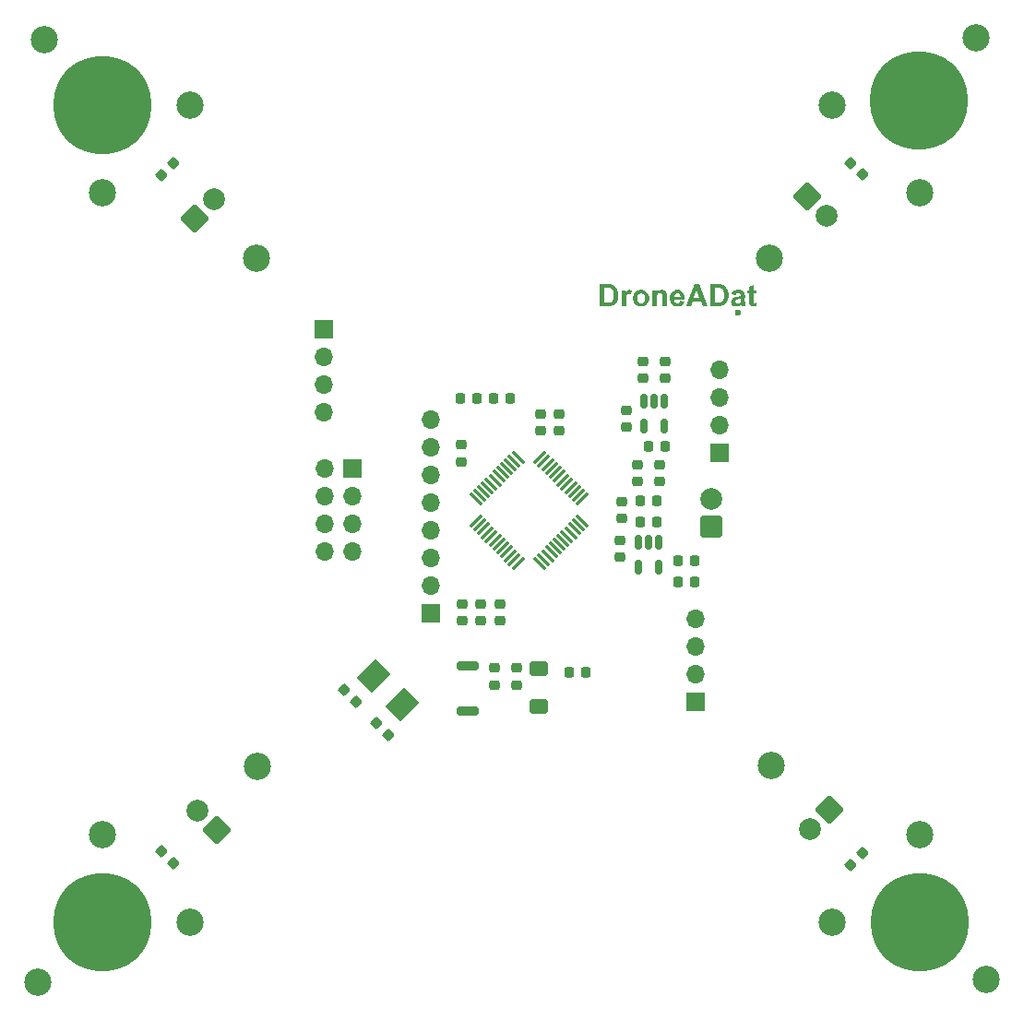
<source format=gbr>
%TF.GenerationSoftware,KiCad,Pcbnew,9.0.0*%
%TF.CreationDate,2025-07-07T00:26:12+07:00*%
%TF.ProjectId,MiniDrone_aDat,4d696e69-4472-46f6-9e65-5f614461742e,rev?*%
%TF.SameCoordinates,Original*%
%TF.FileFunction,Soldermask,Top*%
%TF.FilePolarity,Negative*%
%FSLAX45Y45*%
G04 Gerber Fmt 4.5, Leading zero omitted, Abs format (unit mm)*
G04 Created by KiCad (PCBNEW 9.0.0) date 2025-07-07 00:26:12*
%MOMM*%
%LPD*%
G01*
G04 APERTURE LIST*
G04 Aperture macros list*
%AMRoundRect*
0 Rectangle with rounded corners*
0 $1 Rounding radius*
0 $2 $3 $4 $5 $6 $7 $8 $9 X,Y pos of 4 corners*
0 Add a 4 corners polygon primitive as box body*
4,1,4,$2,$3,$4,$5,$6,$7,$8,$9,$2,$3,0*
0 Add four circle primitives for the rounded corners*
1,1,$1+$1,$2,$3*
1,1,$1+$1,$4,$5*
1,1,$1+$1,$6,$7*
1,1,$1+$1,$8,$9*
0 Add four rect primitives between the rounded corners*
20,1,$1+$1,$2,$3,$4,$5,0*
20,1,$1+$1,$4,$5,$6,$7,0*
20,1,$1+$1,$6,$7,$8,$9,0*
20,1,$1+$1,$8,$9,$2,$3,0*%
%AMRotRect*
0 Rectangle, with rotation*
0 The origin of the aperture is its center*
0 $1 length*
0 $2 width*
0 $3 Rotation angle, in degrees counterclockwise*
0 Add horizontal line*
21,1,$1,$2,0,0,$3*%
G04 Aperture macros list end*
%ADD10C,0.200000*%
%ADD11RoundRect,0.225000X-0.250000X0.225000X-0.250000X-0.225000X0.250000X-0.225000X0.250000X0.225000X0*%
%ADD12RoundRect,0.225000X-0.225000X-0.250000X0.225000X-0.250000X0.225000X0.250000X-0.225000X0.250000X0*%
%ADD13C,2.500000*%
%ADD14C,9.000000*%
%ADD15RoundRect,0.250000X-0.600000X0.400000X-0.600000X-0.400000X0.600000X-0.400000X0.600000X0.400000X0*%
%ADD16R,1.700000X1.700000*%
%ADD17O,1.700000X1.700000*%
%ADD18RoundRect,0.225000X0.250000X-0.225000X0.250000X0.225000X-0.250000X0.225000X-0.250000X-0.225000X0*%
%ADD19RoundRect,0.200000X0.800000X-0.200000X0.800000X0.200000X-0.800000X0.200000X-0.800000X-0.200000X0*%
%ADD20RoundRect,0.225000X0.017678X-0.335876X0.335876X-0.017678X-0.017678X0.335876X-0.335876X0.017678X0*%
%ADD21RoundRect,0.225000X-0.017678X0.335876X-0.335876X0.017678X0.017678X-0.335876X0.335876X-0.017678X0*%
%ADD22RotRect,2.000000X2.400000X135.000000*%
%ADD23RoundRect,0.225000X0.225000X0.250000X-0.225000X0.250000X-0.225000X-0.250000X0.225000X-0.250000X0*%
%ADD24RoundRect,0.075000X-0.415425X-0.521491X0.521491X0.415425X0.415425X0.521491X-0.521491X-0.415425X0*%
%ADD25RoundRect,0.075000X0.415425X-0.521491X0.521491X-0.415425X-0.415425X0.521491X-0.521491X0.415425X0*%
%ADD26RoundRect,0.150000X-0.150000X0.512500X-0.150000X-0.512500X0.150000X-0.512500X0.150000X0.512500X0*%
%ADD27RoundRect,0.225000X0.335876X0.017678X0.017678X0.335876X-0.335876X-0.017678X-0.017678X-0.335876X0*%
%ADD28RoundRect,0.225000X-0.335876X-0.017678X-0.017678X-0.335876X0.335876X0.017678X0.017678X0.335876X0*%
%ADD29RoundRect,0.250000X0.750000X-0.750000X0.750000X0.750000X-0.750000X0.750000X-0.750000X-0.750000X0*%
%ADD30C,2.000000*%
%ADD31RoundRect,0.250000X0.000000X1.060660X-1.060660X0.000000X0.000000X-1.060660X1.060660X0.000000X0*%
%ADD32RoundRect,0.250000X1.060660X0.000000X0.000000X1.060660X-1.060660X0.000000X0.000000X-1.060660X0*%
%ADD33RoundRect,0.250000X0.000000X-1.060660X1.060660X0.000000X0.000000X1.060660X-1.060660X0.000000X0*%
%ADD34RoundRect,0.250000X-1.060660X0.000000X0.000000X-1.060660X1.060660X0.000000X0.000000X1.060660X0*%
%ADD35C,0.600000*%
G04 APERTURE END LIST*
D10*
G36*
X11179389Y-7738750D02*
G01*
X11193995Y-7741469D01*
X11205223Y-7745854D01*
X11215239Y-7751992D01*
X11224196Y-7759971D01*
X11231794Y-7769331D01*
X11238171Y-7780120D01*
X11243320Y-7792516D01*
X11246797Y-7805512D01*
X11249061Y-7821185D01*
X11249878Y-7839985D01*
X11249129Y-7856470D01*
X11247023Y-7870619D01*
X11243735Y-7882739D01*
X11237805Y-7896823D01*
X11230641Y-7908546D01*
X11222279Y-7918216D01*
X11214790Y-7924334D01*
X11205425Y-7929699D01*
X11193861Y-7934250D01*
X11179319Y-7937302D01*
X11158067Y-7938500D01*
X11081973Y-7938500D01*
X11081973Y-7904892D01*
X11122408Y-7904892D01*
X11152608Y-7904892D01*
X11168370Y-7904310D01*
X11177057Y-7902963D01*
X11186208Y-7899549D01*
X11193385Y-7894573D01*
X11197139Y-7890229D01*
X11200692Y-7883916D01*
X11203973Y-7875094D01*
X11206910Y-7860291D01*
X11208076Y-7838141D01*
X11206889Y-7816120D01*
X11203973Y-7802212D01*
X11198867Y-7790742D01*
X11192493Y-7782673D01*
X11184280Y-7776864D01*
X11173784Y-7773172D01*
X11163294Y-7771856D01*
X11140579Y-7771242D01*
X11122408Y-7771242D01*
X11122408Y-7904892D01*
X11081973Y-7904892D01*
X11081973Y-7737635D01*
X11155881Y-7737635D01*
X11179389Y-7738750D01*
G37*
G36*
X11320623Y-7938500D02*
G01*
X11282228Y-7938500D01*
X11282228Y-7793127D01*
X11317887Y-7793127D01*
X11317887Y-7813753D01*
X11327308Y-7800702D01*
X11334349Y-7794177D01*
X11342105Y-7790473D01*
X11350946Y-7789219D01*
X11359499Y-7790006D01*
X11367884Y-7792383D01*
X11376225Y-7796448D01*
X11364342Y-7829885D01*
X11354604Y-7825048D01*
X11346305Y-7823608D01*
X11338758Y-7824762D01*
X11332640Y-7828090D01*
X11327955Y-7833809D01*
X11323835Y-7844271D01*
X11321661Y-7859142D01*
X11320623Y-7893315D01*
X11320623Y-7938500D01*
G37*
G36*
X11474682Y-7790643D02*
G01*
X11488819Y-7794743D01*
X11501344Y-7801426D01*
X11512524Y-7810822D01*
X11521668Y-7822233D01*
X11528183Y-7834946D01*
X11532180Y-7849217D01*
X11533566Y-7865398D01*
X11532168Y-7881714D01*
X11528134Y-7896124D01*
X11521555Y-7908979D01*
X11512317Y-7920536D01*
X11501019Y-7930098D01*
X11488521Y-7936860D01*
X11474574Y-7940983D01*
X11458828Y-7942408D01*
X11445746Y-7941397D01*
X11433110Y-7938377D01*
X11420775Y-7933298D01*
X11409612Y-7926235D01*
X11400504Y-7917392D01*
X11393249Y-7906602D01*
X11388170Y-7894521D01*
X11384959Y-7880367D01*
X11383963Y-7865813D01*
X11423168Y-7865813D01*
X11424461Y-7880122D01*
X11427978Y-7891091D01*
X11433414Y-7899470D01*
X11440876Y-7906021D01*
X11449193Y-7909845D01*
X11458693Y-7911145D01*
X11468191Y-7909843D01*
X11476483Y-7906018D01*
X11483899Y-7899470D01*
X11489290Y-7891091D01*
X11492793Y-7880039D01*
X11494084Y-7865532D01*
X11492804Y-7851411D01*
X11489311Y-7840530D01*
X11483899Y-7832169D01*
X11476482Y-7825613D01*
X11468190Y-7821785D01*
X11458693Y-7820482D01*
X11449194Y-7821783D01*
X11440876Y-7825611D01*
X11433414Y-7832169D01*
X11427978Y-7840540D01*
X11424461Y-7851505D01*
X11423168Y-7865813D01*
X11383963Y-7865813D01*
X11383821Y-7863737D01*
X11384854Y-7851080D01*
X11387965Y-7838665D01*
X11393249Y-7826344D01*
X11400475Y-7815158D01*
X11409331Y-7806026D01*
X11419956Y-7798744D01*
X11431796Y-7793496D01*
X11444593Y-7790309D01*
X11458559Y-7789219D01*
X11474682Y-7790643D01*
G37*
G36*
X11695658Y-7938500D02*
G01*
X11657263Y-7938500D01*
X11657263Y-7864091D01*
X11656455Y-7842528D01*
X11654796Y-7833549D01*
X11651528Y-7827325D01*
X11646809Y-7822765D01*
X11640834Y-7819916D01*
X11633486Y-7818919D01*
X11623994Y-7820304D01*
X11615595Y-7824414D01*
X11608907Y-7830802D01*
X11604726Y-7838959D01*
X11602712Y-7849933D01*
X11601795Y-7872457D01*
X11601795Y-7938500D01*
X11563400Y-7938500D01*
X11563400Y-7793127D01*
X11599060Y-7793127D01*
X11599060Y-7814437D01*
X11607357Y-7805064D01*
X11616174Y-7798070D01*
X11625592Y-7793173D01*
X11635759Y-7790224D01*
X11646882Y-7789219D01*
X11659181Y-7790398D01*
X11670098Y-7793823D01*
X11679593Y-7799252D01*
X11686022Y-7805583D01*
X11690581Y-7813170D01*
X11693533Y-7821801D01*
X11695042Y-7831851D01*
X11695658Y-7847776D01*
X11695658Y-7938500D01*
G37*
G36*
X11805837Y-7790665D02*
G01*
X11819364Y-7794785D01*
X11831003Y-7801442D01*
X11841068Y-7810761D01*
X11847283Y-7819443D01*
X11852312Y-7830010D01*
X11856070Y-7842801D01*
X11858378Y-7858227D01*
X11858971Y-7876755D01*
X11762788Y-7876755D01*
X11764120Y-7887767D01*
X11767274Y-7896428D01*
X11772081Y-7903243D01*
X11778504Y-7908513D01*
X11785785Y-7911635D01*
X11794210Y-7912708D01*
X11802654Y-7911460D01*
X11809377Y-7907896D01*
X11814561Y-7901970D01*
X11818671Y-7892387D01*
X11856919Y-7898639D01*
X11850853Y-7912116D01*
X11843095Y-7922841D01*
X11833618Y-7931221D01*
X11822510Y-7937279D01*
X11809391Y-7941067D01*
X11793795Y-7942408D01*
X11778617Y-7941282D01*
X11765783Y-7938108D01*
X11754890Y-7933077D01*
X11745627Y-7926227D01*
X11737790Y-7917434D01*
X11731699Y-7907161D01*
X11727226Y-7895483D01*
X11724423Y-7882163D01*
X11723440Y-7866912D01*
X11724431Y-7853308D01*
X11763472Y-7853308D01*
X11820857Y-7853308D01*
X11819583Y-7842366D01*
X11816641Y-7834019D01*
X11812247Y-7827687D01*
X11806327Y-7822777D01*
X11799760Y-7819898D01*
X11792305Y-7818919D01*
X11784334Y-7819967D01*
X11777506Y-7823017D01*
X11771532Y-7828175D01*
X11767134Y-7834785D01*
X11764396Y-7843013D01*
X11763472Y-7853308D01*
X11724431Y-7853308D01*
X11724765Y-7848709D01*
X11728486Y-7833453D01*
X11734350Y-7820636D01*
X11742296Y-7809857D01*
X11752400Y-7800789D01*
X11763548Y-7794419D01*
X11775964Y-7790552D01*
X11789972Y-7789219D01*
X11805837Y-7790665D01*
G37*
G36*
X12071071Y-7938500D02*
G01*
X12027071Y-7938500D01*
X12009583Y-7893168D01*
X11929533Y-7893168D01*
X11912997Y-7938500D01*
X11870096Y-7938500D01*
X11900754Y-7859561D01*
X11941964Y-7859561D01*
X11996614Y-7859561D01*
X11969014Y-7784529D01*
X11941964Y-7859561D01*
X11900754Y-7859561D01*
X11948107Y-7737635D01*
X11990874Y-7737635D01*
X12071071Y-7938500D01*
G37*
G36*
X12189772Y-7738750D02*
G01*
X12204379Y-7741469D01*
X12215607Y-7745854D01*
X12225623Y-7751992D01*
X12234580Y-7759971D01*
X12242178Y-7769331D01*
X12248555Y-7780120D01*
X12253704Y-7792516D01*
X12257181Y-7805512D01*
X12259445Y-7821185D01*
X12260262Y-7839985D01*
X12259513Y-7856470D01*
X12257407Y-7870619D01*
X12254119Y-7882739D01*
X12248189Y-7896823D01*
X12241024Y-7908546D01*
X12232662Y-7918216D01*
X12225173Y-7924334D01*
X12215809Y-7929699D01*
X12204245Y-7934250D01*
X12189703Y-7937302D01*
X12168451Y-7938500D01*
X12092357Y-7938500D01*
X12092357Y-7904892D01*
X12132791Y-7904892D01*
X12162992Y-7904892D01*
X12178754Y-7904310D01*
X12187441Y-7902963D01*
X12196592Y-7899549D01*
X12203768Y-7894573D01*
X12207522Y-7890229D01*
X12211076Y-7883916D01*
X12214356Y-7875094D01*
X12217293Y-7860291D01*
X12218460Y-7838141D01*
X12217273Y-7816120D01*
X12214356Y-7802212D01*
X12209251Y-7790742D01*
X12202877Y-7782673D01*
X12194663Y-7776864D01*
X12184168Y-7773172D01*
X12173678Y-7771856D01*
X12150963Y-7771242D01*
X12132791Y-7771242D01*
X12132791Y-7904892D01*
X12092357Y-7904892D01*
X12092357Y-7737635D01*
X12166265Y-7737635D01*
X12189772Y-7738750D01*
G37*
G36*
X12368156Y-7790056D02*
G01*
X12380541Y-7792233D01*
X12389198Y-7795337D01*
X12397084Y-7800020D01*
X12402864Y-7805193D01*
X12406893Y-7810871D01*
X12409394Y-7817495D01*
X12411266Y-7828446D01*
X12412022Y-7845443D01*
X12411619Y-7890531D01*
X12412167Y-7908503D01*
X12413463Y-7918912D01*
X12416013Y-7928105D01*
X12420363Y-7938500D01*
X12382383Y-7938500D01*
X12378695Y-7927314D01*
X12377327Y-7922868D01*
X12366989Y-7931530D01*
X12356286Y-7937523D01*
X12344766Y-7941175D01*
X12332374Y-7942408D01*
X12321223Y-7941559D01*
X12311810Y-7939165D01*
X12303833Y-7935367D01*
X12297057Y-7930183D01*
X12291406Y-7923662D01*
X12287418Y-7916444D01*
X12284988Y-7908384D01*
X12284149Y-7899274D01*
X12284494Y-7895147D01*
X12322531Y-7895147D01*
X12323198Y-7900304D01*
X12325169Y-7904922D01*
X12328540Y-7909154D01*
X12332857Y-7912401D01*
X12337888Y-7914367D01*
X12343842Y-7915053D01*
X12350550Y-7914314D01*
X12357108Y-7912073D01*
X12363650Y-7908189D01*
X12369485Y-7902309D01*
X12372809Y-7895428D01*
X12373837Y-7889375D01*
X12374311Y-7876621D01*
X12374311Y-7868940D01*
X12350949Y-7874838D01*
X12336430Y-7878668D01*
X12330042Y-7881567D01*
X12325774Y-7885575D01*
X12323347Y-7890036D01*
X12322531Y-7895147D01*
X12284494Y-7895147D01*
X12284824Y-7891202D01*
X12286790Y-7883902D01*
X12290023Y-7877232D01*
X12294446Y-7871299D01*
X12299894Y-7866380D01*
X12306485Y-7862406D01*
X12318338Y-7857901D01*
X12337015Y-7853406D01*
X12361787Y-7847980D01*
X12374311Y-7843929D01*
X12374311Y-7839997D01*
X12373594Y-7832611D01*
X12371700Y-7827390D01*
X12368840Y-7823767D01*
X12364837Y-7821354D01*
X12358313Y-7819615D01*
X12348214Y-7818919D01*
X12338712Y-7820062D01*
X12332228Y-7823083D01*
X12327318Y-7828384D01*
X12322947Y-7837676D01*
X12288105Y-7831424D01*
X12293220Y-7817799D01*
X12299972Y-7807369D01*
X12308317Y-7799562D01*
X12315599Y-7795377D01*
X12324836Y-7792137D01*
X12336453Y-7790000D01*
X12350949Y-7789219D01*
X12368156Y-7790056D01*
G37*
G36*
X12516326Y-7793127D02*
G01*
X12516326Y-7823608D01*
X12490094Y-7823608D01*
X12490094Y-7882642D01*
X12490839Y-7903537D01*
X12492057Y-7906223D01*
X12494259Y-7908434D01*
X12497151Y-7909862D01*
X12500755Y-7910363D01*
X12506578Y-7909603D01*
X12516192Y-7906675D01*
X12519464Y-7936631D01*
X12510373Y-7939780D01*
X12500312Y-7941731D01*
X12489130Y-7942408D01*
X12479100Y-7941498D01*
X12470408Y-7938891D01*
X12462966Y-7934691D01*
X12458184Y-7929793D01*
X12455019Y-7923571D01*
X12452798Y-7914711D01*
X12451960Y-7906251D01*
X12451565Y-7887417D01*
X12451565Y-7823608D01*
X12433943Y-7823608D01*
X12433943Y-7793127D01*
X12451565Y-7793127D01*
X12451565Y-7764990D01*
X12490094Y-7742324D01*
X12490094Y-7793127D01*
X12516326Y-7793127D01*
G37*
D11*
%TO.C,C16*%
X11625750Y-9397000D03*
X11625750Y-9552000D03*
%TD*%
D12*
%TO.C,R8*%
X11525750Y-9224500D03*
X11680750Y-9224500D03*
%TD*%
D11*
%TO.C,R5*%
X11263750Y-10091000D03*
X11263750Y-10246000D03*
%TD*%
D13*
%TO.C,Scr11*%
X6515634Y-6894980D03*
%TD*%
D11*
%TO.C,C5*%
X9819750Y-10675000D03*
X9819750Y-10830000D03*
%TD*%
D14*
%TO.C,Mt4*%
X14015634Y-13593382D03*
%TD*%
%TO.C,Mt3*%
X6515634Y-13593382D03*
%TD*%
D15*
%TO.C,D2*%
X10515750Y-11262500D03*
X10515750Y-11612500D03*
%TD*%
D11*
%TO.C,C4*%
X10315750Y-11260000D03*
X10315750Y-11415000D03*
%TD*%
D16*
%TO.C,J9*%
X8549750Y-8152500D03*
D17*
X8549750Y-8406500D03*
X8549750Y-8660500D03*
X8549750Y-8914500D03*
%TD*%
D12*
%TO.C,R7*%
X10795250Y-11300500D03*
X10950250Y-11300500D03*
%TD*%
D18*
%TO.C,C2*%
X10536750Y-9085000D03*
X10536750Y-8930000D03*
%TD*%
D19*
%TO.C,SW1*%
X9865750Y-11657500D03*
X9865750Y-11237500D03*
%TD*%
D11*
%TO.C,C14*%
X11425750Y-9397000D03*
X11425750Y-9552000D03*
%TD*%
D20*
%TO.C,C23*%
X13379499Y-13066538D03*
X13489100Y-12956936D03*
%TD*%
D13*
%TO.C,Scr5*%
X5978750Y-5496500D03*
%TD*%
%TO.C,Scr6*%
X14015634Y-6895226D03*
%TD*%
D12*
%TO.C,R6*%
X11448250Y-9924500D03*
X11603250Y-9924500D03*
%TD*%
%TO.C,C1*%
X11798250Y-10274500D03*
X11953250Y-10274500D03*
%TD*%
D21*
%TO.C,C19*%
X7163001Y-6628462D03*
X7053400Y-6738063D03*
%TD*%
D11*
%TO.C,R1*%
X10115750Y-11260000D03*
X10115750Y-11415000D03*
%TD*%
D18*
%TO.C,R9*%
X11320750Y-9052000D03*
X11320750Y-8897000D03*
%TD*%
D22*
%TO.C,Y1*%
X9265366Y-11598116D03*
X9003736Y-11336486D03*
%TD*%
D23*
%TO.C,C11*%
X11603250Y-9724500D03*
X11448250Y-9724500D03*
%TD*%
D13*
%TO.C,Scr7*%
X7317773Y-13593382D03*
%TD*%
D14*
%TO.C,Mt2*%
X6515634Y-6093383D03*
%TD*%
D23*
%TO.C,R2*%
X10256250Y-8784500D03*
X10101250Y-8784500D03*
%TD*%
D13*
%TO.C,Scr15*%
X6515634Y-12791243D03*
%TD*%
D12*
%TO.C,C8*%
X11798250Y-10474500D03*
X11953250Y-10474500D03*
%TD*%
D24*
%TO.C,U1*%
X9940962Y-9912379D03*
X9976318Y-9947734D03*
X10011673Y-9983090D03*
X10047029Y-10018445D03*
X10082384Y-10053800D03*
X10117739Y-10089156D03*
X10153095Y-10124511D03*
X10188450Y-10159866D03*
X10223805Y-10195222D03*
X10259161Y-10230577D03*
X10294516Y-10265932D03*
X10329871Y-10301288D03*
D25*
X10529629Y-10301288D03*
X10564984Y-10265932D03*
X10600340Y-10230577D03*
X10635695Y-10195222D03*
X10671050Y-10159866D03*
X10706406Y-10124511D03*
X10741761Y-10089156D03*
X10777116Y-10053800D03*
X10812472Y-10018445D03*
X10847827Y-9983090D03*
X10883182Y-9947734D03*
X10918538Y-9912379D03*
D24*
X10918538Y-9712621D03*
X10883182Y-9677266D03*
X10847827Y-9641911D03*
X10812472Y-9606555D03*
X10777116Y-9571200D03*
X10741761Y-9535845D03*
X10706406Y-9500489D03*
X10671050Y-9465134D03*
X10635695Y-9429779D03*
X10600340Y-9394423D03*
X10564984Y-9359068D03*
X10529629Y-9323712D03*
D25*
X10329871Y-9323712D03*
X10294516Y-9359068D03*
X10259161Y-9394423D03*
X10223805Y-9429779D03*
X10188450Y-9465134D03*
X10153095Y-9500489D03*
X10117739Y-9535845D03*
X10082384Y-9571200D03*
X10047029Y-9606555D03*
X10011673Y-9641911D03*
X9976318Y-9677266D03*
X9940962Y-9712621D03*
%TD*%
D13*
%TO.C,Scr10*%
X14621750Y-14123500D03*
%TD*%
D26*
%TO.C,U4*%
X11670750Y-8810750D03*
X11575750Y-8810750D03*
X11480750Y-8810750D03*
X11480750Y-9038250D03*
X11670750Y-9038250D03*
%TD*%
D13*
%TO.C,Scr9*%
X13213791Y-6093383D03*
%TD*%
D16*
%TO.C,J7*%
X11959750Y-11572500D03*
D17*
X11959750Y-11318500D03*
X11959750Y-11064500D03*
X11959750Y-10810500D03*
%TD*%
D23*
%TO.C,R3*%
X9956250Y-8784500D03*
X9801250Y-8784500D03*
%TD*%
D18*
%TO.C,C20*%
X11475750Y-8602000D03*
X11475750Y-8447000D03*
%TD*%
D13*
%TO.C,Scr16*%
X13214963Y-13593382D03*
%TD*%
D11*
%TO.C,D1*%
X10159750Y-10675000D03*
X10159750Y-10830000D03*
%TD*%
%TO.C,C7*%
X9807250Y-9212500D03*
X9807250Y-9367500D03*
%TD*%
D18*
%TO.C,C18*%
X11675750Y-8602000D03*
X11675750Y-8447000D03*
%TD*%
D27*
%TO.C,C17*%
X13489788Y-6732751D03*
X13380186Y-6623150D03*
%TD*%
D18*
%TO.C,C6*%
X10706750Y-9085000D03*
X10706750Y-8930000D03*
%TD*%
D13*
%TO.C,Scr12*%
X5923750Y-14144500D03*
%TD*%
D11*
%TO.C,R4*%
X9989750Y-10675000D03*
X9989750Y-10830000D03*
%TD*%
D14*
%TO.C,Mt1*%
X14004750Y-6052500D03*
%TD*%
D18*
%TO.C,C12*%
X11279750Y-9890000D03*
X11279750Y-9735000D03*
%TD*%
D28*
%TO.C,C21*%
X7058712Y-12941249D03*
X7168313Y-13050850D03*
%TD*%
%TO.C,C10*%
X8729750Y-11462500D03*
X8839352Y-11572102D03*
%TD*%
D29*
%TO.C,J5*%
X12100500Y-9966000D03*
D30*
X12100500Y-9712000D03*
%TD*%
D27*
%TO.C,C9*%
X9139352Y-11872102D03*
X9029750Y-11762500D03*
%TD*%
D13*
%TO.C,Scr14*%
X14528750Y-5476500D03*
%TD*%
D26*
%TO.C,U2*%
X11620750Y-10110750D03*
X11525750Y-10110750D03*
X11430750Y-10110750D03*
X11430750Y-10338250D03*
X11620750Y-10338250D03*
%TD*%
D13*
%TO.C,Scr8*%
X7317231Y-6093383D03*
%TD*%
%TO.C,Scr13*%
X14015634Y-12792711D03*
%TD*%
D31*
%TO.C,J3*%
X13184299Y-12561737D03*
D30*
X13004694Y-12741342D03*
%TD*%
D32*
%TO.C,J4*%
X7563513Y-12746049D03*
D30*
X7383908Y-12566444D03*
%TD*%
D13*
%TO.C,Scr2*%
X7931750Y-7502500D03*
%TD*%
D16*
%TO.C,J10*%
X12179750Y-9288500D03*
D17*
X12179750Y-9034500D03*
X12179750Y-8780500D03*
X12179750Y-8526500D03*
%TD*%
D16*
%TO.C,J8*%
X8808250Y-9429500D03*
D17*
X8554250Y-9429500D03*
X8808250Y-9683500D03*
X8554250Y-9683500D03*
X8808250Y-9937500D03*
X8554250Y-9937500D03*
X8808250Y-10191500D03*
X8554250Y-10191500D03*
%TD*%
D13*
%TO.C,Scr1*%
X12639750Y-7501500D03*
%TD*%
D33*
%TO.C,J2*%
X7358200Y-7133263D03*
D30*
X7537806Y-6953658D03*
%TD*%
D34*
%TO.C,J1*%
X12984987Y-6927950D03*
D30*
X13164592Y-7107556D03*
%TD*%
D13*
%TO.C,Scr3*%
X12655750Y-12158500D03*
%TD*%
%TO.C,Scr4*%
X7936750Y-12163500D03*
%TD*%
D16*
%TO.C,J6*%
X9529750Y-10762500D03*
D17*
X9529750Y-10508500D03*
X9529750Y-10254500D03*
X9529750Y-10000500D03*
X9529750Y-9746500D03*
X9529750Y-9492500D03*
X9529750Y-9238500D03*
X9529750Y-8984500D03*
%TD*%
D35*
X12347750Y-7999500D03*
M02*

</source>
